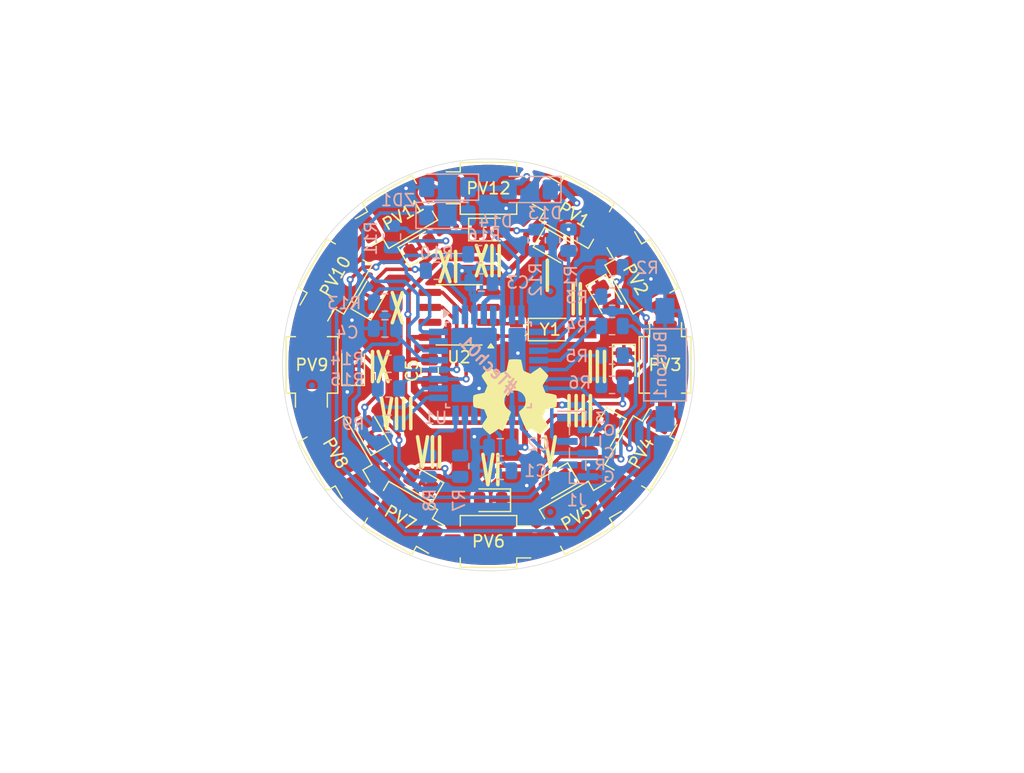
<source format=kicad_pcb>
(kicad_pcb (version 20241229) (generator "pcbnew") (generator_version "9.0")
  (layers (0 "F.Cu" jumper) (2 "B.Cu" signal) (13 "F.Paste" user) (15 "B.Paste" user) (5 "F.SilkS" user "F.Silkscreen") (7 "B.SilkS" user "B.Silkscreen") (1 "F.Mask" user) (3 "B.Mask" user) (25 "Edge.Cuts" user))
  (net 0 "")
  (net 1 "GND")
  (net 2 "Net-(D1-A)")
  (net 3 "Net-(D2-A)")
  (net 4 "Net-(D3-A)")
  (net 5 "Net-(D4-A)")
  (net 6 "Net-(D5-A)")
  (net 7 "Net-(D6-A)")
  (net 8 "Net-(D7-A)")
  (net 9 "Net-(D8-A)")
  (net 10 "Net-(D9-A)")
  (net 11 "Net-(D10-A)")
  (net 12 "Net-(D11-A)")
  (net 13 "Net-(D12-A)")
  (net 14 "Net-(D13-A)")
  (net 15 "+3V7")
  (net 16 "Net-(PV1-A)")
  (net 17 "Net-(PV2-A)")
  (net 18 "Net-(PV3-A)")
  (net 19 "Net-(PV4-A)")
  (net 20 "Net-(PV5-A)")
  (net 21 "Net-(PV6-A)")
  (net 22 "Net-(PV7-A)")
  (net 23 "Net-(PV8-A)")
  (net 24 "Net-(PV10-K)")
  (net 25 "Net-(PV10-A)")
  (net 26 "Net-(PV11-A)")
  (net 27 "/But0")
  (net 28 "Net-(U1-AREF)")
  (net 29 "/SDA")
  (net 30 "/Res")
  (net 31 "/RXD")
  (net 32 "/SCK")
  (net 33 "/MOSI")
  (net 34 "/MISO")
  (net 35 "/TXD")
  (net 36 "/LED V")
  (net 37 "/LED III")
  (net 38 "/LED VIII")
  (net 39 "/LED II")
  (net 40 "/LED XI")
  (net 42 "/LED XII")
  (net 43 "/LED VI")
  (net 44 "/LED VII")
  (net 46 "/LED IIII")
  (net 48 "/LED I")
  (net 49 "/LED X")
  (net 50 "/SCL")
  (net 51 "/LED IX")
  (net 54 "Net-(U2-OSCI)")
  (net 55 "Net-(U2-OSCO)")
  (net 56 "/Pullup")
  (footprint "OptoDevice:Osram_BPW34S-SMD" (layer "F.Cu") (at 150 85)
    (property "Reference" "PV12")
    (property "Value" "BPW34" (hide yes))
  )
  (footprint "LED_SMD:LED_0805_2012Metric" (layer "F.Cu") (at 159.96875 94.25 -60)
    (property "Reference" "D2" (hide yes))
    (property "Value" "LED II" (hide yes))
  )
  (footprint "Package_SO:SOIC-8_3.9x4.9mm_P1.27mm" (layer "F.Cu") (at 147.5 95.75 180)
    (property "Reference" "U2")
    (property "Value" "PCF8563T")
  )
  (footprint "LED_SMD:LED_0805_2012Metric" (layer "F.Cu") (at 155.75 110 -150)
    (property "Reference" "D5" (hide yes))
    (property "Value" "LED V" (hide yes))
  )
  (footprint "LED_SMD:LED_0805_2012Metric" (layer "F.Cu") (at 155.75 90 -30)
    (property "Reference" "D1" (hide yes))
    (property "Value" "LED I" (hide yes))
  )
  (footprint "Fiducial:Fiducial_0.5mm_Mask1mm" (layer "F.Cu") (at 157.25 106.5)
    (property "Reference" "FID6" (hide yes))
    (property "Value" "Fiducial" (hide yes))
  )
  (footprint "OptoDevice:Osram_BPW34S-SMD" (layer "F.Cu") (at 157.5 87 -30)
    (property "Reference" "PV1")
    (property "Value" "BPW34" (hide yes))
  )
  (footprint "OptoDevice:Osram_BPW34S-SMD" (layer "F.Cu") (at 137 107.5 120)
    (property "Reference" "PV8")
    (property "Value" "BPW34" (hide yes))
  )
  (footprint "OptoDevice:Osram_BPW34S-SMD" (layer "F.Cu") (at 142.5 113 150)
    (property "Reference" "PV7")
    (property "Value" "BPW34" (hide yes))
  )
  (footprint "LED_SMD:LED_0805_2012Metric" (layer "F.Cu") (at 161.5 99.9375 -90)
    (property "Reference" "D3" (hide yes))
    (property "Value" "LED III" (hide yes))
  )
  (footprint "LED_SMD:LED_0805_2012Metric" (layer "F.Cu") (at 140 94.25 60)
    (property "Reference" "D10" (hide yes))
    (property "Value" "LED X" (hide yes))
  )
  (footprint "LED_SMD:LED_0805_2012Metric" (layer "F.Cu") (at 140 105.75 120)
    (property "Reference" "D8" (hide yes))
    (property "Value" "LED VIII" (hide yes))
  )
  (footprint "OptoDevice:Osram_BPW34S-SMD" (layer "F.Cu") (at 165 100 -90)
    (property "Reference" "PV3")
    (property "Value" "BPW34" (hide yes))
  )
  (footprint "LED_SMD:LED_0805_2012Metric" (layer "F.Cu") (at 160.03125 105.561899 -120)
    (property "Reference" "D4" (hide yes))
    (property "Value" "LED IIII" (hide yes))
  )
  (footprint "LED_SMD:LED_0805_2012Metric" (layer "F.Cu") (at 144.25 110 150)
    (property "Reference" "D7" (hide yes))
    (property "Value" "LED VII" (hide yes))
  )
  (footprint "OptoDevice:Osram_BPW34S-SMD" (layer "F.Cu") (at 163 92.5 -60)
    (property "Reference" "PV2")
    (property "Value" "BPW34" (hide yes))
  )
  (footprint "Crystal:Crystal_SMD_MicroCrystal_MS3V-T1R" (layer "F.Cu") (at 155.5 97 90)
    (property "Reference" "Y1")
    (property "Value" "32,768 kHz")
  )
  (footprint "Capacitor_SMD:C_0805_2012Metric" (layer "F.Cu") (at 145 100.5 -90)
    (property "Reference" "C5")
    (property "Value" "100n")
  )
  (footprint "LED_SMD:LED_0805_2012Metric" (layer "F.Cu") (at 150 88.5)
    (property "Reference" "D12" (hide yes))
    (property "Value" "LED XII" (hide yes))
  )
  (footprint "Fiducial:Fiducial_0.5mm_Mask1mm" (layer "F.Cu") (at 147.25 88.25)
    (property "Reference" "FID4" (hide yes))
    (property "Value" "Fiducial" (hide yes))
  )
  (footprint "LOGO" (layer "F.Cu") (at 152.25 102.75)
    (property "Reference" "OSHW" (hide yes))
    (property "Value" "LOGO" (hide yes))
  )
  (footprint "LED_SMD:LED_0805_2012Metric" (layer "F.Cu") (at 144.25 90 30)
    (property "Reference" "D11" (hide yes))
    (property "Value" "LED XI" (hide yes))
  )
  (footprint "OptoDevice:Osram_BPW34S-SMD" (layer "F.Cu") (at 137 92.5 60)
    (property "Reference" "PV10")
    (property "Value" "BPW34" (hide yes))
  )
  (footprint "OptoDevice:Osram_BPW34S-SMD" (layer "F.Cu") (at 163 107.5 -120)
    (property "Reference" "PV4")
    (property "Value" "BPW34" (hide yes))
  )
  (footprint "OptoDevice:Osram_BPW34S-SMD" (layer "F.Cu") (at 157.5 113 -150)
    (property "Reference" "PV5")
    (property "Value" "BPW34" (hide yes))
  )
  (footprint "OptoDevice:Osram_BPW34S-SMD" (layer "F.Cu") (at 142.5 87 30)
    (property "Reference" "PV11")
    (property "Value" "BPW34" (hide yes))
  )
  (footprint "OptoDevice:Osram_BPW34S-SMD" (layer "F.Cu") (at 135 100 90)
    (property "Reference" "PV9")
    (property "Value" "BPW34" (hide yes))
  )
  (footprint "Fiducial:Fiducial_0.5mm_Mask1mm" (layer "F.Cu") (at 141.25 108.5)
    (property "Reference" "FID5" (hide yes))
    (property "Value" "Fiducial" (hide yes))
  )
  (footprint "OptoDevice:Osram_BPW34S-SMD" (layer "F.Cu") (at 150 115 180)
    (property "Reference" "PV6")
    (property "Value" "BPW34" (hide yes))
  )
  (footprint "LED_SMD:LED_0805_2012Metric" (layer "F.Cu") (at 150.1875 111.5 180)
    (property "Reference" "D6" (hide yes))
    (property "Value" "LED VI" (hide yes))
  )
  (footprint "LED_SMD:LED_0805_2012Metric" (layer "F.Cu") (at 138.5 100.0625 90)
    (property "Reference" "D9" (hide yes))
    (property "Value" "LED IX" (hide yes))
  )
  (footprint "Capacitor_SMD:C_0805_2012Metric" (layer "B.Cu") (at 141.2 96.9 180)
    (property "Reference" "C4")
    (property "Value" "100n")
  )
  (footprint "Resistor_SMD:R_0805_2012Metric" (layer "B.Cu") (at 145.6 92 180)
    (property "Reference" "R10")
    (property "Value" "220")
  )
  (footprint "Resistor_SMD:R_0805_2012Metric" (layer "B.Cu") (at 160.5 94.2 180)
    (property "Reference" "R3")
    (property "Value" "220")
  )
  (footprint "Fiducial:Fiducial_0.5mm_Mask1mm" (layer "B.Cu") (at 155.25 93.75 180)
    (property "Reference" "FID1" (hide yes))
    (property "Value" "Fiducial" (hide yes))
  )
  (footprint "Capacitor_SMD:C_0805_2012Metric" (layer "B.Cu") (at 151 107 180)
    (property "Reference" "C2")
    (property "Value" "100n")
  )
  (footprint "Resistor_SMD:R_0805_2012Metric" (layer "B.Cu") (at 156.8 89.4 90)
    (property "Reference" "R1")
    (property "Value" "220")
  )
  (footprint "Resistor_SMD:R_0805_2012Metric" (layer "B.Cu") (at 141.2 94.7)
    (property "Reference" "R13")
    (property "Value" "10k")
  )
  (footprint "Capacitor_SMD:C_0805_2012Metric" (layer "B.Cu") (at 149.4 93 180)
    (property "Reference" "C3")
    (property "Value" "100n")
  )
  (footprint "Connector_PinHeader_1.00mm:PinHeader_1x06_P1.00mm_Vertical_SMD_Pin1Right" (layer "B.Cu") (at 157.575 107 180)
    (property "Reference" "J1")
    (property "Value" "Conn_06_Pin")
  )
  (footprint "Resistor_SMD:R_0805_2012Metric" (layer "B.Cu") (at 141.5 105 180)
    (property "Reference" "R9")
    (property "Value" "220")
  )
  (footprint "Resistor_SMD:R_0805_2012Metric" (layer "B.Cu") (at 144.9 108.6 -90)
    (property "Reference" "R8")
    (property "Value" "220")
  )
  (footprint "Capacitor_SMD:C_0805_2012Metric" (layer "B.Cu") (at 151 109 180)
    (property "Reference" "C1")
    (property "Value" "100n")
  )
  (footprint "Resistor_SMD:R_0805_2012Metric" (layer "B.Cu") (at 141.8 89.1 -90)
    (property "Reference" "R11")
    (property "Value" "220")
  )
  (footprint "Resistor_SMD:R_0805_2012Metric" (layer "B.Cu") (at 160.5 99.2 180)
    (property "Reference" "R5")
    (property "Value" "220")
  )
  (footprint "Fiducial:Fiducial_0.5mm_Mask1mm" (layer "B.Cu") (at 135 101.75 180)
    (property "Reference" "FID2" (hide yes))
    (property "Value" "Fiducial" (hide yes))
  )
  (footprint "Package_QFP:TQFP-32_7x7mm_P0.8mm" (layer "B.Cu") (at 150 100 -90)
    (property "Reference" "U1")
    (property "Value" "ATmega328-A")
  )
  (footprint "Resistor_SMD:R_0805_2012Metric" (layer "B.Cu") (at 154.1 89.4125 90)
    (property "Reference" "R12")
    (property "Value" "220")
  )
  (footprint "Resistor_SMD:R_0805_2012Metric" (layer "B.Cu") (at 141.5 99.9 180)
    (property "Reference" "R14")
    (property "Value" "4k7")
  )
  (footprint "Resistor_SMD:R_0805_2012Metric" (layer "B.Cu") (at 160.5 96.7 180)
    (property "Reference" "R4")
    (property "Value" "220")
  )
  (footprint "Diode_SMD:D_MiniMELF" (layer "B.Cu") (at 153.5 85.1 180)
    (property "Reference" "D13")
    (property "Value" "LL4148")
  )
  (footprint "Resistor_SMD:R_0805_2012Metric" (layer "B.Cu") (at 147.6 108.6 90)
    (property "Reference" "R7")
    (property "Value" "220")
  )
  (footprint "Resistor_SMD:R_0805_2012Metric" (layer "B.Cu") (at 149.2 90.6 180)
    (property "Reference" "R16")
    (property "Value" "10k")
  )
  (footprint "Diode_SMD:D_MiniMELF" (layer "B.Cu") (at 146.5 84.9 180)
    (property "Reference" "ZD1")
    (property "Value" "BZV55C4V7" (hide yes))
  )
  (footprint "Fiducial:Fiducial_0.5mm_Mask1mm" (layer "B.Cu") (at 155.25 112.5 180)
    (property "Reference" "FID3" (hide yes))
    (property "Value" "Fiducial" (hide yes))
  )
  (footprint "Resistor_SMD:R_0805_2012Metric" (layer "B.Cu") (at 160.5 101.7 180)
    (property "Reference" "R6")
    (property "Value" "220")
  )
  (footprint "Resistor_SMD:R_0805_2012Metric" (layer "B.Cu") (at 141.5 102 180)
    (property "Reference" "R15")
    (property "Value" "4k7")
  )
  (footprint "Button_Switch_SMD:SW_SPST_FSMSM" (layer "B.Cu") (at 165 100 -90)
    (property "Reference" "Button1")
    (property "Value" "SW_Push" (hide yes))
  )
  (footprint "Diode_SMD:D_MiniMELF" (layer "B.Cu") (at 146.5 87.3)
    (property "Reference" "D14")
    (property "Value" "LL4148")
  )
  (footprint "Resistor_SMD:R_0805_2012Metric" (layer "B.Cu") (at 160.5 91.7 180)
    (property "Reference" "R2")
    (property "Value" "220")
  )
  (gr_circle (center 150 100) (end 132.5 100) (stroke (width 0.05)) (fill no) (layer "Edge.Cuts"))
  (gr_text "I" (at 155 92.5 0) (layer "F.SilkS") (effects (font (size 2.56 1.27) (thickness 0.3) (bold yes))))
  (gr_text "XI" (at 146.6 91.75 0) (layer "F.SilkS") (effects (font (size 2.56 1.27) (thickness 0.3) (bold yes))))
  (gr_text "V" (at 155.25 107.5 0) (layer "F.SilkS") (effects (font (size 2.56 1.27) (thickness 0.3) (bold yes))))
  (gr_text "VII" (at 145 107.5 0) (layer "F.SilkS") (effects (font (size 2.56 1.27) (thickness 0.3) (bold yes))))
  (gr_text "II" (at 157.5 94.5 0) (layer "F.SilkS") (effects (font (size 2.56 1.27) (thickness 0.3) (bold yes))))
  (gr_text "III" (at 159.25 100.25 0) (layer "F.SilkS") (effects (font (size 2.56 1.27) (thickness 0.3) (bold yes))))
  (gr_text "X" (at 142.25 95.25 0) (layer "F.SilkS") (effects (font (size 2.56 1.27) (thickness 0.3) (bold yes))))
  (gr_text "VIII" (at 142.25 104.25 0) (layer "F.SilkS") (effects (font (size 2.56 1.27) (thickness 0.3) (bold yes))))
  (gr_text "VI" (at 150.25 109 0) (layer "F.SilkS") (effects (font (size 2.56 1.27) (thickness 0.3) (bold yes))))
  (gr_text "IX" (at 140.75 100.25 0) (layer "F.SilkS") (effects (font (size 2.56 1.27) (thickness 0.3) (bold yes))))
  (gr_text "XII" (at 150 91.25 0) (layer "F.SilkS") (effects (font (size 2.56 1.27) (thickness 0.3) (bold yes))))
  (gr_text "IIII" (at 157.75 104 0) (layer "F.SilkS") (effects (font (size 2.56 1.27) (thickness 0.3) (bold yes))))
  (gr_text "R" (at 159.5 108.5 0) (layer "B.SilkS") (effects (font (size 0.85 1)) (justify mirror)))
  (gr_text "C" (at 160.25 107.5 0) (layer "B.SilkS") (effects (font (size 0.85 1)) (justify mirror)))
  (gr_text "G" (at 160.25 109.5 0) (layer "B.SilkS") (effects (font (size 0.85 1)) (justify mirror)))
  (gr_text "3" (at 159.5 104.5 0) (layer "B.SilkS") (effects (font (size 0.85 1)) (justify mirror)))
  (gr_text "O" (at 160.25 105.561899 0) (layer "B.SilkS") (effects (font (size 0.85 1)) (justify mirror)))
  (gr_text "I" (at 159.5 106.5 0) (layer "B.SilkS") (effects (font (size 0.85 1)) (justify mirror)))
  (gr_text "#Tech01" (at 150 100 315) (layer "B.SilkS") (effects (font (size 1 1) (thickness 0.2) (bold yes)) (justify mirror)))
  (via (at 138 102.3) (size 0.6) (drill 0.3) (layers "F.Cu" "B.Cu") (net 1))
  (via (at 138.4 96.2) (size 0.6) (drill 0.3) (layers "F.Cu" "B.Cu") (net 1))
  (via (at 152.5 99) (size 0.6) (drill 0.3) (layers "F.Cu" "B.Cu") (net 1))
  (via (at 151.5 86.7) (size 0.6) (drill 0.3) (layers "F.Cu" "B.Cu") (net 1))
  (via (at 163.8 92.7) (size 0.6) (drill 0.3) (layers "F.Cu" "B.Cu") (net 1))
  (via (at 148.8 106.1) (size 0.6) (drill 0.3) (layers "F.Cu" "B.Cu") (net 1))
  (via (at 149.2 102) (size 0.6) (drill 0.3) (layers "F.Cu" "B.Cu") (net 1))
  (via (at 153.25 110.25) (size 0.6) (drill 0.3) (layers "F.Cu" "B.Cu") (net 1))
  (via (at 147.75 92) (size 0.6) (drill 0.3) (layers "F.Cu" "B.Cu") (net 1))
  (via (at 143 85) (size 0.6) (drill 0.3) (layers "F.Cu" "B.Cu") (net 1))
  (via (at 158.5 108.5) (size 0.6) (drill 0.3) (layers "F.Cu" "B.Cu") (net 1))
  (segment (start 148.8 95.75) (end 148.8 97.05) (width 0.3) (layer "B.Cu") (net 1))
  (segment (start 150.4 97.1) (end 150.4 95.75) (width 0.3) (layer "B.Cu") (net 1))
  (segment (start 147.75 92) (end 148.15 92) (width 0.3) (layer "B.Cu") (net 1))
  (segment (start 148.45 92.3) (end 148.45 93) (width 0.3) (layer "B.Cu") (net 1))
  (segment (start 150 97.5) (end 150.4 97.1) (width 0.3) (layer "B.Cu") (net 1))
  (segment (start 148.8 97.05) (end 149.25 97.5) (width 0.3) (layer "B.Cu") (net 1))
  (segment (start 148.15 92) (end 148.45 92.3) (width 0.3) (layer "B.Cu") (net 1))
  (segment (start 148.8 95.75) (end 148.8 93.35) (width 0.3) (layer "B.Cu") (net 1))
  (segment (start 149.25 97.5) (end 150 97.5) (width 0.3) (layer "B.Cu") (net 1))
  (segment (start 148.8 93.35) (end 148.45 93) (width 0.2) (layer "B.Cu") (net 1))
  (segment (start 156.8 90.230649) (end 156.561899 90.46875) (width 0.3) (layer "F.Cu") (net 2))
  (segment (start 156.8 88.4875) (end 156.8 90.230649) (width 0.3) (layer "F.Cu") (net 2))
  (via (at 156.8 88.4875) (size 0.6) (drill 0.3) (layers "F.Cu" "B.Cu") (net 2))
  (segment (start 160.4375 95.061899) (end 160.876672 94.622727) (width 0.3) (layer "F.Cu") (net 3))
  (segment (start 160.876672 94.622727) (end 160.876672 92.940832) (width 0.3) (layer "F.Cu") (net 3))
  (via (at 160.876672 92.940832) (size 0.6) (drill 0.3) (layers "F.Cu" "B.Cu") (net 3))
  (segment (start 160.876672 92.940832) (end 161.159168 92.940832) (width 0.3) (layer "B.Cu") (net 3))
  (segment (start 161.4125 92.6875) (end 161.4125 91.7) (width 0.3) (layer "B.Cu") (net 3))
  (segment (start 161.159168 92.940832) (end 161.4125 92.6875) (width 0.3) (layer "B.Cu") (net 3))
  (segment (start 163.4 99.7) (end 163.4 96) (width 0.3) (layer "F.Cu") (net 4))
  (segment (start 161.5 100.875) (end 162.225 100.875) (width 0.3) (layer "F.Cu") (net 4))
  (segment (start 162.225 100.875) (end 163.4 99.7) (width 0.3) (layer "F.Cu") (net 4))
  (via (at 163.4 96) (size 0.6) (drill 0.3) (layers "F.Cu" "B.Cu") (net 4))
  (segment (start 161.6 94.2) (end 163.4 96) (width 0.3) (layer "B.Cu") (net 4))
  (segment (start 161.4125 94.2) (end 161.6 94.2) (width 0.3) (layer "B.Cu") (net 4))
  (segment (start 161.980331 107.080331) (end 161.273798 106.373798) (width 0.3) (layer "F.Cu") (net 5))
  (segment (start 161.273798 106.373798) (end 159.5625 106.373798) (width 0.3) (layer "F.Cu") (net 5))
  (via (at 161.980331 107.080331) (size 0.6) (drill 0.3) (layers "F.Cu" "B.Cu") (net 5))
  (segment (start 162.2 96.7) (end 161.4125 96.7) (width 0.3) (layer "B.Cu") (net 5))
  (segment (start 162 104.8) (end 163.25 103.55) (width 0.3) (layer "B.Cu") (net 5))
  (segment (start 161.980331 107.080331) (end 162 107.060662) (width 0.3) (layer "B.Cu") (net 5))
  (segment (start 162 107.060662) (end 162 104.8) (width 0.3) (layer "B.Cu") (net 5))
  (segment (start 163.25 97.75) (end 162.2 96.7) (width 0.3) (layer "B.Cu") (net 5))
  (segment (start 163.25 103.55) (end 163.25 97.75) (width 0.3) (layer "B.Cu") (net 5))
  (segment (start 161.25 108) (end 161.05 107.8) (width 0.3) (layer "F.Cu") (net 6))
  (segment (start 161.05 107.8) (end 156.1 107.8) (width 0.3) (layer "F.Cu") (net 6))
  (segment (start 154.938101 108.961899) (end 154.938101 110.46875) (width 0.3) (layer "F.Cu") (net 6))
  (segment (start 156.1 107.8) (end 154.938101 108.961899) (width 0.3) (layer "F.Cu") (net 6))
  (via (at 161.25 108) (size 0.6) (drill 0.3) (layers "F.Cu" "B.Cu") (net 6))
  (segment (start 162.5 99.75) (end 161.95 99.2) (width 0.3) (layer "B.Cu") (net 6))
  (segment (start 161.25 104.701472) (end 162.5 103.451472) (width 0.3) (layer "B.Cu") (net 6))
  (segment (start 162.5 103.451472) (end 162.5 99.75) (width 0.3) (layer "B.Cu") (net 6))
  (segment (start 161.95 99.2) (end 161.4125 99.2) (width 0.3) (layer "B.Cu") (net 6))
  (segment (start 161.25 108) (end 161.25 104.701472) (width 0.3) (layer "B.Cu") (net 6))
  (segment (start 154.3 105.6) (end 154.3 107.7) (width 0.3) (layer "F.Cu") (net 7))
  (segment (start 149.25 110.35) (end 149.25 111.5) (width 0.3) (layer "F.Cu") (net 7))
  (segment (start 161.4 103.3) (end 158.8 103.3) (width 0.3) (layer "F.Cu") (net 7))
  (segment (start 153.4 108.6) (end 151 108.6) (width 0.3) (layer "F.Cu") (net 7))
  (segment (start 151 108.6) (end 149.25 110.35) (width 0.3) (layer "F.Cu") (net 7))
  (segment (start 155.6 104.3) (end 154.3 105.6) (width 0.3) (layer "F.Cu") (net 7))
  (segment (start 157.8 104.3) (end 155.6 104.3) (width 0.3) (layer "F.Cu") (net 7))
  (segment (start 158.8 103.3) (end 157.8 104.3) (width 0.3) (layer "F.Cu") (net 7))
  (segment (start 154.3 107.7) (end 153.4 108.6) (width 0.3) (layer "F.Cu") (net 7))
  (via (at 161.4 103.3) (size 0.6) (drill 0.3) (layers "F.Cu" "B.Cu") (net 7))
  (segment (start 161.4 103.3) (end 161.4 101.7125) (width 0.3) (layer "B.Cu") (net 7))
  (segment (start 161.4 101.7125) (end 161.4125 101.7) (width 0.3) (layer "B.Cu") (net 7))
  (segment (start 144.169351 108.8) (end 143.438101 109.53125) (width 0.3) (layer "F.Cu") (net 8))
  (segment (start 146.3 108.8) (end 144.169351 108.8) (width 0.3) (layer "F.Cu") (net 8))
  (via (at 146.3 108.8) (size 0.6) (drill 0.3) (layers "F.Cu" "B.Cu") (net 8))
  (segment (start 146.3 109.3) (end 146.5125 109.5125) (width 0.3) (layer "B.Cu") (net 8))
  (segment (start 146.5125 109.5125) (end 147.6 109.5125) (width 0.3) (layer "B.Cu") (net 8))
  (segment (start 146.3 108.8) (end 146.3 109.3) (width 0.3) (layer "B.Cu") (net 8))
  (segment (start 142.4 105.9) (end 141.25 104.75) (width 0.3) (layer "F.Cu") (net 9))
  (segment (start 142.4 106.4) (end 142.4 105.9) (width 0.3) (layer "F.Cu") (net 9))
  (segment (start 139.719351 104.75) (end 139.53125 104.938101) (width 0.3) (layer "F.Cu") (net 9))
  (segment (start 139.3 104.706851) (end 139.53125 104.938101) (width 0.3) (layer "F.Cu") (net 9))
  (segment (start 141.25 104.75) (end 139.719351 104.75) (width 0.3) (layer "F.Cu") (net 9))
  (via (at 142.4 106.4) (size 0.6) (drill 0.3) (layers "F.Cu" "B.Cu") (net 9))
  (segment (start 142.4 106.4) (end 142.4 108.2) (width 0.3) (layer "B.Cu") (net 9))
  (segment (start 142.4 108.2) (end 143.7125 109.5125) (width 0.3) (layer "B.Cu") (net 9))
  (segment (start 143.7125 109.5125) (end 144.9 109.5125) (width 0.3) (layer "B.Cu") (net 9))
  (segment (start 140.8 102.288685) (end 140.8 100.55) (width 0.3) (layer "F.Cu") (net 10))
  (segment (start 139.488685 103.6) (end 140.8 102.288685) (width 0.3) (layer "F.Cu") (net 10))
  (segment (start 140.8 100.55) (end 139.375 99.125) (width 0.3) (layer "F.Cu") (net 10))
  (segment (start 139.375 99.125) (end 138.5 99.125) (width 0.3) (layer "F.Cu") (net 10))
  (via (at 139.488685 103.6) (size 0.6) (drill 0.3) (layers "F.Cu" "B.Cu") (net 10))
  (segment (start 139.488685 104.488685) (end 140 105) (width 0.3) (layer "B.Cu") (net 10))
  (segment (start 139.488685 103.6) (end 139.488685 104.488685) (width 0.3) (layer "B.Cu") (net 10))
  (segment (start 140 105) (end 140.5875 105) (width 0.3) (layer "B.Cu") (net 10))
  (segment (start 140.46875 92.73125) (end 140.46875 93.438101) (width 0.3) (layer "F.Cu") (net 11))
  (segment (start 141.318288 91.881712) (end 140.46875 92.73125) (width 0.3) (layer "F.Cu") (net 11))
  (segment (start 143.761307 91.881712) (end 141.318288 91.881712) (width 0.3) (layer "F.Cu") (net 11))
  (via (at 143.761307 91.881712) (size 0.6) (drill 0.3) (layers "F.Cu" "B.Cu") (net 11))
  (segment (start 144.169212 91.881712) (end 144.5875 92.3) (width 0.3) (layer "B.Cu") (net 11))
  (segment (start 143.761307 91.881712) (end 144.169212 91.881712) (width 0.3) (layer "B.Cu") (net 11))
  (segment (start 146.308089 89.53125) (end 145.061899 89.53125) (width 0.3) (layer "F.Cu") (net 12))
  (segment (start 146.374171 89.465168) (end 146.308089 89.53125) (width 0.3) (layer "F.Cu") (net 12))
  (via (at 146.374171 89.465168) (size 0.6) (drill 0.3) (layers "F.Cu" "B.Cu") (net 12))
  (segment (start 146.374171 89.465168) (end 143.034832 89.465168) (width 0.3) (layer "B.Cu") (net 12))
  (segment (start 143.034832 89.465168) (end 142.1875 90.3125) (width 0.3) (layer "B.Cu") (net 12))
  (segment (start 142.1875 90.3125) (end 141.8 90.3125) (width 0.3) (layer "B.Cu") (net 12))
  (segment (start 150.9375 88.5) (end 152.3 88.5) (width 0.3) (layer "F.Cu") (net 13))
  (segment (start 152.3 88.5) (end 152.4 88.6) (width 0.3) (layer "F.Cu") (net 13))
  (via (at 152.4 88.6) (size 0.6) (drill 0.3) (layers "F.Cu" "B.Cu") (net 13))
  (segment (start 154 88.6) (end 154.1 88.5) (width 0.3) (layer "B.Cu") (net 13))
  (segment (start 152.4 88.6) (end 154 88.6) (width 0.3) (layer "B.Cu") (net 13))
  (segment (start 153.25 84) (end 153.25 84.8) (width 0.5) (layer "F.Cu") (net 14))
  (segment (start 153.25 84.8) (end 153.05 85) (width 0.3) (layer "F.Cu") (net 14))
  (via (at 153.25 84) (size 0.6) (drill 0.3) (layers "F.Cu" "B.Cu") (net 14))
  (segment (start 151.75 84.5) (end 151.25 85) (width 0.5) (layer "B.Cu") (net 14))
  (segment (start 151.25 85) (end 148.75 85) (width 0.5) (layer "B.Cu") (net 14))
  (segment (start 148.75 85) (end 148.25 84.5) (width 0.5) (layer "B.Cu") (net 14))
  (segment (start 148.25 87.1) (end 148.25 84.6) (width 0.3) (layer "B.Cu") (net 14))
  (segment (start 152.75 84.5) (end 151.75 84.5) (width 0.5) (layer "B.Cu") (net 14))
  (segment (start 153.15 84.1) (end 153.25 84) (width 0.3) (layer "B.Cu") (net 14))
  (segment (start 153.25 84) (end 152.75 84.5) (width 0.5) (layer "B.Cu") (net 14))
  (segment (start 156.25 103.4) (end 154.6 103.4) (width 0.5) (layer "F.Cu") (net 15))
  (segment (start 156 87.25) (end 154.85 87.25) (width 0.5) (layer "F.Cu") (net 15))
  (segment (start 150.75 91) (end 151.75 92) (width 0.4) (layer "F.Cu") (net 15))
  (segment (start 143.2 99.55) (end 142.9 99.85) (width 0.4) (layer "F.Cu") (net 15))
  (segment (start 157.5 86.25) (end 157 86.25) (width 0.5) (layer "F.Cu") (net 15))
  (segment (start 144.75 99.25) (end 145 99.25) (width 0.4) (layer "F.Cu") (net 15))
  (segment (start 153.1 104.9) (end 153.1 107) (width 0.5) (layer "F.Cu") (net 15))
  (segment (start 154.85 87.25) (end 153.2 88.9) (width 0.5) (layer "F.Cu") (net 15))
  (segment (start 145.947316 91) (end 150.75 91) (width 0.4) (layer "F.Cu") (net 15))
  (segment (start 143.2 97.7) (end 143.2 99) (width 0.4) (layer "F.Cu") (net 15))
  (segment (start 153.2 90.55) (end 151.75 92) (width 0.5) (layer "F.Cu") (net 15))
  (segment (start 142.9 101.8) (end 142.9 102.5) (width 0.4) (layer "F.Cu") (net 15))
  (segment (start 157 86.25) (end 156 87.25) (width 0.5) (layer "F.Cu") (net 15))
  (segment (start 145.3 104.9) (end 153.1 104.9) (width 0.4) (layer "F.Cu") (net 15))
  (segment (start 143.2 98.35) (end 143.2 99.55) (width 0.4) (layer "F.Cu") (net 15))
  (segment (start 143.2 95.75) (end 143.15 95.7) (width 0.4) (layer "F.Cu") (net 15))
  (segment (start 143.15 95.7) (end 143.2 95.65) (width 0.4) (layer "F.Cu") (net 15))
  (segment (start 142.9 99.85) (end 142.9 101.75) (width 0.4) (layer "F.Cu") (net 15))
  (segment (start 145 99.55) (end 143.2 99.55) (width 0.4) (layer "F.Cu") (net 15))
  (segment (start 143.2 95.65) (end 143.2 93.747316) (width 0.4) (layer "F.Cu") (net 15))
  (segment (start 142.9 102.5) (end 145.3 104.9) (width 0.4) (layer "F.Cu") (net 15))
  (segment (start 153.2 88.9) (end 153.2 90.55) (width 0.5) (layer "F.Cu") (net 15))
  (segment (start 154.6 103.4) (end 153.1 104.9) (width 0.5) (layer "F.Cu") (net 15))
  (segment (start 143.2 97.7) (end 143.2 95.75) (width 0.4) (layer "F.Cu") (net 15))
  (segment (start 143.2 93.747316) (end 145.947316 91) (width 0.4) (layer "F.Cu") (net 15))
  (segment (start 143.2 97.7) (end 143.245 97.655) (width 0.4) (layer "F.Cu") (net 15))
  (segment (start 143.245 97.655) (end 145.025 97.655) (width 0.4) (layer "F.Cu") (net 15))
  (via (at 157.5 86.25) (size 0.6) (drill 0.3) (layers "F.Cu" "B.Cu") (net 15))
  (via (at 151.75 92) (size 0.6) (drill 0.3) (layers "F.Cu" "B.Cu") (net 15))
  (via (at 156.25 103.4) (size 0.6) (drill 0.3) (layers "F.Cu" "B.Cu") (net 15))
  (via (at 153.1 107) (size 0.6) (drill 0.3) (layers "F.Cu" "B.Cu") (net 15))
  (via (at 143.15 95.7) (size 0.6) (drill 0.3) (layers "F.Cu" "B.Cu") (net 15))
  (segment (start 158.6 104.2) (end 158.3 104.5) (width 0.5) (layer "B.Cu") (net 15))
  (segment (start 158.3 103.4) (end 158.6 103.7) (width 0.5) (layer "B.Cu") (net 15))
  (segment (start 150.1125 90.4) (end 149.8125 90.7) (width 0.4) (layer "B.Cu") (net 15))
  (segment (start 140.2875 94.0125) (end 140.2875 94.7) (width 0.3) (layer "B.Cu") (net 15))
  (segment (start 153.1 107) (end 151.95 107) (width 0.5) (layer "B.Cu") (net 15))
  (segment (start 151.75 92) (end 151.2 92.55) (width 0.4) (layer "B.Cu") (net 15))
  (segment (start 156.25 85) (end 157.5 86.25) (width 0.5) (layer "B.Cu") (net 15))
  (segment (start 140.75 93.55) (end 140.2875 94.0125) (width 0.3) (layer "B.Cu") (net 15))
  (segment (start 151.2 93.1) (end 151.2 93.3) (width 0.4) (layer "B.Cu") (net 15))
  (segment (start 149.6 95.75) (end 149.6 94.75) (width 0.4) (layer "B.Cu") (net 15))
  (segment (start 156.25 103.4) (end 158.3 103.4) (width 0.5) (layer "B.Cu") (net 15))
  (segment (start 150.35625 90.6) (end 150.1125 90.6) (width 0.4) (layer "B.Cu") (net 15))
  (segment (start 152 106.95) (end 151.95 107) (width 0.3) (layer "B.Cu") (net 15))
  (segment (start 151.75 92) (end 151.75 91.99375) (width 0.4) (layer "B.Cu") (net 15))
  (segment (start 150.1 94.25) (end 151.2 94.25) (width 0.4) (layer "B.Cu") (net 15))
  (segment (start 149.6 94.75) (end 150.1 94.25) (width 0.4) (layer "B.Cu") (net 15))
  (segment (start 143.15 95.7) (end 143.15 94.028122) (width 0.3) (layer "B.Cu") (net 15))
  (segment (start 151.2 95.75) (end 151.2 94.25) (width 0.4) (layer "B.Cu") (net 15))
  (segment (start 151.2 93.1) (end 151.1 93) (width 0.4) (layer "B.Cu") (net 15))
  (segment (start 151.2 97) (end 151.2 95.75) (width 0.4) (layer "B.Cu") (net 15))
  (segment (start 158.6 103.7) (end 158.6 104.2) (width 0.5) (layer "B.Cu") (net 15))
  (segment (start 151.95 104.3) (end 152 104.25) (width 0.3) (layer "B.Cu") (net 15))
  (segment (start 152 104.25) (end 152 106.95) (width 0.4) (layer "B.Cu") (net 15))
  (segment (start 152 104.25) (end 152 102.4125) (width 0.4) (layer "B.Cu") (net 15))
  (segment (start 151.75 91.99375) (end 150.35625 90.6) (width 0.4) (layer "B.Cu") (net 15))
  (segment (start 151.2 94.25) (end 151.2 93.3) (width 0.4) (layer "B.Cu") (net 15))
  (segment (start 151.1 93) (end 150.35 93) (width 0.4) (layer "B.Cu") (net 15))
  (segment (start 151.2 101.6125) (end 151.2 97) (width 0.4) (layer "B.Cu") (net 15))
  (segment (start 155.25 85) (end 156.25 85) (width 0.5) (layer "B.Cu") (net 15))
  (segment (start 151.2 92.55) (end 151.2 93.1) (width 0.4) (layer "B.Cu") (net 15))
  (segment (start 152 102.4125) (end 151.2 101.6125) (width 0.4) (layer "B.Cu") (net 15))
  (segment (start 142.671878 93.55) (end 140.75 93.55) (width 0.3) (layer "B.Cu") (net 15))
  (segment (start 158.3 104.5) (end 156.7 104.5) (width 0.5) (layer "B.Cu") (net 15))
  (segment (start 143.15 94.028122) (end 142.671878 93.55) (width 0.3) (layer "B.Cu") (net 15))
  (segment (start 160.141378 88.525001) (end 161.474999 89.858622) (width 0.5) (layer "F.Cu") (net 16))
  (segment (start 164.525001 96.475001) (end 165 96.95) (width 0.3) (layer "F.Cu") (net 17))
  (segment (start 164.525001 95.141378) (end 164.525001 96.475001) (width 0.5) (layer "F.Cu") (net 17))
  (segment (start 165 103.05) (end 165 104.383623) (width 0.5) (layer "F.Cu") (net 18))
  (segment (start 165 104.383623) (end 164.525 104.858623) (width 0.3) (layer "F.Cu") (net 18))
  (segment (start 161.475 110.141377) (end 160.141377 111.475) (width 0.5) (layer "F.Cu") (net 19))
  (segment (start 154.858623 114.525) (end 153.525 114.525) (width 0.5) (layer "F.Cu") (net 20))
  (segment (start 153.525 114.525) (end 153.05 115) (width 0.3) (layer "F.Cu") (net 20))
  (segment (start 145.616377 115) (end 145.141377 114.525) (width 0.3) (layer "F.Cu") (net 21))
  (segment (start 146.95 115) (end 145.616377 115) (width 0.5) (layer "F.Cu") (net 21))
  (segment (start 139.858622 111.475) (end 138.524999 110.141377) (width 0.5) (layer "F.Cu") (net 22))
  (segment (start 139.858623 111.475) (end 139.858622 111.475) (width 0.3) (layer "F.Cu") (net 22))
  (segment (start 135.475001 103.525001) (end 135 103.05) (width 0.3) (layer "F.Cu") (net 23))
  (segment (start 135.475001 104.858623) (end 135.475001 103.525001) (width 0.5) (layer "F.Cu") (net 23))
  (segment (start 135 96.95) (end 135 95.616377) (width 0.5) (layer "F.Cu") (net 24))
  (segment (start 135 95.616377) (end 135.475 95.141377) (width 0.3) (layer "F.Cu") (net 24))
  (segment (start 138.525 89.858623) (end 139.858623 88.525) (width 0.5) (layer "F.Cu") (net 25))
  (segment (start 146.475 85.475) (end 146.95 85) (width 0.3) (layer "F.Cu") (net 26))
  (segment (start 145.141377 85.475) (end 146.475 85.475) (width 0.5) (layer "F.Cu") (net 26))
  (segment (start 139.305331 91.694669) (end 140.444669 91.694669) (width 0.3) (layer "F.Cu") (net 27))
  (segment (start 138.25 92.75) (end 139.305331 91.694669) (width 0.3) (layer "F.Cu") (net 27))
  (via (at 138.25 92.75) (size 0.6) (drill 0.3) (layers "F.Cu" "B.Cu") (net 27))
  (via (at 140.444669 91.694669) (size 0.6) (drill 0.3) (layers "F.Cu" "B.Cu") (net 27))
  (segment (start 145 95.9) (end 144.2 96.7) (width 0.3) (layer "B.Cu") (net 27))
  (segment (start 143 114.1) (end 157.35 114.1) (width 0.3) (layer "B.Cu") (net 27))
  (segment (start 164.01 104.59) (end 165.5 104.59) (width 0.3) (layer "B.Cu") (net 27))
  (segment (start 138.25 94.45) (end 137.1 95.6) (width 0.3) (layer "B.Cu") (net 27))
  (segment (start 144.4 97.2) (end 145.75 97.2) (width 0.3) (layer "B.Cu") (net 27))
  (segment (start 163.6 105) (end 164.01 104.59) (width 0.3) (layer "B.Cu") (net 27))
  (segment (start 142.5 91.25) (end 143.011307 91.761307) (width 0.3) (layer "B.Cu") (net 27))
  (segment (start 140.444669 91.694669) (end 140.889338 91.25) (width 0.3) (layer "B.Cu") (net 27))
  (segment (start 144.2 97) (end 144.4 97.2) (width 0.3) (layer "B.Cu") (net 27))
  (segment (start 143.011307 92.192373) (end 145 94.181066) (width 0.3) (layer "B.Cu") (net 27))
  (segment (start 148.1875 90.7) (end 148.2875 90.6) (width 0.3) (layer "B.Cu") (net 27))
  (segment (start 143.05 90.7) (end 148.1875 90.7) (width 0.3) (layer "B.Cu") (net 27))
  (segment (start 138.25 92.75) (end 138.25 94.45) (width 0.3) (layer "B.Cu") (net 27))
  (segment (start 145 94.181066) (end 145 95.9) (width 0.3) (layer "B.Cu") (net 27))
  (segment (start 137.1 95.6) (end 137.1 108.2) (width 0.3) (layer "B.Cu") (net 27))
  (segment (start 140.889338 91.25) (end 142.5 91.25) (width 0.3) (layer "B.Cu") (net 27))
  (segment (start 144.2 96.7) (end 144.2 97) (width 0.3) (layer "B.Cu") (net 27))
  (segment (start 137.1 108.2) (end 143 114.1) (width 0.3) (layer "B.Cu") (net 27))
  (segment (start 143.011307 91.761307) (end 143.011307 92.192373) (width 0.3) (layer "B.Cu") (net 27))
  (segment (start 163.6 107.85) (end 163.6 105) (width 0.3) (layer "B.Cu") (net 27))
  (segment (start 142.5 91.25) (end 143.05 90.7) (width 0.3) (layer "B.Cu") (net 27))
  (segment (start 157.35 114.1) (end 163.6 107.85) (width 0.3) (layer "B.Cu") (net 27))
  (segment (start 150.4 105.4) (end 150.4 104.25) (width 0.3) (layer "B.Cu") (net 28))
  (segment (start 151 106) (end 150.4 105.4) (width 0.3) (layer "B.Cu") (net 28))
  (segment (start 151 108.05) (end 151 106) (width 0.3) (layer "B.Cu") (net 28))
  (segment (start 151.95 109) (end 151 108.05) (width 0.3) (layer "B.Cu") (net 28))
  (segment (start 148.1 101.2) (end 148.1 95.850001) (width 0.3) (layer "F.Cu") (net 29))
  (segment (start 148.1 95.850001) (end 146.094999 93.845) (width 0.3) (layer "F.Cu") (net 29))
  (segment (start 145.12 93.845) (end 145.025 93.75) (width 0.3) (layer "F.Cu") (net 29))
  (segment (start 146.094999 93.845) (end 145.12 93.845) (width 0.3) (layer "F.Cu") (net 29))
  (via (at 148.1 101.2) (size 0.6) (drill 0.3) (layers "F.Cu" "B.Cu") (net 29))
  (segment (start 143.1125 101.2) (end 145.75 101.2) (width 0.3) (layer "B.Cu") (net 29))
  (segment (start 142.4125 101.9) (end 143.1125 101.2) (width 0.3) (layer "B.Cu") (net 29))
  (segment (start 148.1 101.2) (end 145.75 101.2) (width 0.3) (layer "B.Cu") (net 29))
  (segment (start 139 102.5) (end 138.5 103) (width 0.3) (layer "B.Cu") (net 30))
  (segment (start 142.4 95.1125) (end 142.4 96.75) (width 0.3) (layer "B.Cu") (net 30))
  (segment (start 138.5 106) (end 143.75 111.25) (width 0.3) (layer "B.Cu") (net 30))
  (segment (start 139 99.375) (end 139 102.5) (width 0.3) (layer "B.Cu") (net 30))
  (segment (start 142.15 97.45) (end 142.15 96.9) (width 0.3) (layer "B.Cu") (net 30))
  (segment (start 142.25 98.25) (end 140.125 98.25) (width 0.3) (layer "B.Cu") (net 30))
  (segment (start 142.15 97.45) (end 142.6 97.9) (width 0.3) (layer "B.Cu") (net 30))
  (segment (start 154.7 109.1) (end 155.3 108.5) (width 0.3) (layer "B.Cu") (net 30))
  (segment (start 142.6 97.9) (end 142.25 98.25) (width 0.3) (layer "B.Cu") (net 30))
  (segment (start 143.75 111.25) (end 153.5 111.25) (width 0.3) (layer "B.Cu") (net 30))
  (segment (start 153.5 111.25) (end 154.7 110.05) (width 0.3) (layer "B.Cu") (net 30))
  (segment (start 145.75 99.6) (end 144.3 99.6) (width 0.3) (layer "B.Cu") (net 30))
  (segment (start 138.5 103) (end 138.5 106) (width 0.3) (layer "B.Cu") (net 30))
  (segment (start 154.7 110.05) (end 154.7 109.1) (width 0.3) (layer "B.Cu") (net 30))
  (segment (start 144.3 99.6) (end 142.15 97.45) (width 0.3) (layer "B.Cu") (net 30))
  (segment (start 155.3 108.5) (end 156.7 108.5) (width 0.3) (layer "B.Cu") (net 30))
  (segment (start 140.125 98.25) (end 139 99.375) (width 0.3) (layer "B.Cu") (net 30))
  (segment (start 140.8 87.1) (end 144.75 87.1) (width 0.3) (layer "B.Cu") (net 31))
  (segment (start 143.25 96.660661) (end 144 95.910661) (width 0.3) (layer "B.Cu") (net 31))
  (segment (start 142.870406 92.9) (end 140.45 92.9) (width 0.3) (layer "B.Cu") (net 31))
  (segment (start 143.25 97.55) (end 143.25 96.660661) (width 0.3) (layer "B.Cu") (net 31))
  (segment (start 140.45 92.9) (end 139.35 91.8) (width 0.3) (layer "B.Cu") (net 31))
  (segment (start 144 95.910661) (end 144 94.029594) (width 0.3) (layer "B.Cu") (net 31))
  (segment (start 145.75 98.8) (end 144.5 98.8) (width 0.3) (layer "B.Cu") (net 31))
  (segment (start 139.35 91.8) (end 139.35 88.55) (width 0.3) (layer "B.Cu") (net 31))
  (segment (start 144.5 98.8) (end 143.25 97.55) (width 0.3) (layer "B.Cu") (net 31))
  (segment (start 139.35 88.55) (end 140.8 87.1) (width 0.3) (layer "B.Cu") (net 31))
  (segment (start 144 94.029594) (end 142.870406 92.9) (width 0.3) (layer "B.Cu") (net 31))
  (segment (start 152.8 105.4) (end 152.8 104.25) (width 0.3) (layer "B.Cu") (net 32))
  (segment (start 154.9 107.5) (end 152.8 105.4) (width 0.3) (layer "B.Cu") (net 32))
  (segment (start 154.9 107.5) (end 158.45 107.5) (width 0.3) (layer "B.Cu") (net 32))
  (segment (start 157.9 102) (end 160.1 104.2) (width 0.3) (layer "B.Cu") (net 33))
  (segment (start 160.1 104.9) (end 159.5 105.5) (width 0.3) (layer "B.Cu") (net 33))
  (segment (start 154.05 102) (end 157.9 102) (width 0.3) (layer "B.Cu") (net 33))
  (segment (start 160.1 104.2) (end 160.1 104.9) (width 0.3) (layer "B.Cu") (net 33))
  (segment (start 159.5 105.5) (end 158.45 105.5) (width 0.3) (layer "B.Cu") (net 33))
  (segment (start 155.375 103.125) (end 155.05 102.8) (width 0.3) (layer "B.Cu") (net 34))
  (segment (start 156.7 106.5) (end 155.8 106.5) (width 0.3) (layer "B.Cu") (net 34))
  (segment (start 155.8 106.5) (end 155.375 106.075) (width 0.3) (layer "B.Cu") (net 34))
  (segment (start 155.05 102.8) (end 154.25 102.8) (width 0.3) (layer "B.Cu") (net 34))
  (segment (start 155.375 106.075) (end 155.375 103.125) (width 0.3) (layer "B.Cu") (net 34))
  (segment (start 159.8875 99.2) (end 157.8 99.2) (width 0.3) (layer "B.Cu") (net 36))
  (segment (start 156.6 100.4) (end 154.25 100.4) (width 0.3) (layer "B.Cu") (net 36))
  (segment (start 157.8 99.2) (end 156.6 100.4) (width 0.3) (layer "B.Cu") (net 36))
  (segment (start 158.4 94.6) (end 158.4 96.3) (width 0.3) (layer "B.Cu") (net 37))
  (segment (start 158.8 94.2) (end 158.4 94.6) (width 0.3) (layer "B.Cu") (net 37))
  (segment (start 158.4 96.3) (end 155.9 98.8) (width 0.3) (layer "B.Cu") (net 37))
  (segment (start 155.9 98.8) (end 154.25 98.8) (width 0.3) (layer "B.Cu") (net 37))
  (segment (start 159.8875 94.2) (end 158.8 94.2) (width 0.3) (layer "B.Cu") (net 37))
  (segment (start 145.8 105.6) (end 144.9 106.5) (width 0.3) (layer "B.Cu") (net 38))
  (segment (start 147.2 104.25) (end 147.2 105.4) (width 0.3) (layer "B.Cu") (net 38))
  (segment (start 147 105.6) (end 145.8 105.6) (width 0.3) (layer "B.Cu") (net 38))
  (segment (start 147.2 105.4) (end 147 105.6) (width 0.3) (layer "B.Cu") (net 38))
  (segment (start 144.9 106.5) (end 144.9 107.6875) (width 0.3) (layer "B.Cu") (net 38))
  (segment (start 158.2 91.7) (end 159.8875 91.7) (width 0.3) (layer "B.Cu") (net 39))
  (segment (start 155.7 98) (end 157.6 96.1) (width 0.3) (layer "B.Cu") (net 39))
  (segment (start 157.6 96.1) (end 157.6 92.3) (width 0.3) (layer "B.Cu") (net 39))
  (segment (start 154.25 98) (end 155.7 98) (width 0.3) (layer "B.Cu") (net 39))
  (segment (start 157.6 92.3) (end 158.2 91.7) (width 0.3) (layer "B.Cu") (net 39))
  (segment (start 152 95.75) (end 152 92.996446) (width 0.3) (layer "B.Cu") (net 40))
  (segment (start 150.2 88.7) (end 143.3 88.7) (width 0.3) (layer "B.Cu") (net 40))
  (segment (start 152.5 92.496446) (end 152.5 91) (width 0.3) (layer "B.Cu") (net 40))
  (segment (start 143.3 88.7) (end 142.9875 88.3875) (width 0.3) (layer "B.Cu") (net 40))
  (segment (start 152.05 95.75) (end 152.075 95.725) (width 0.3) (layer "B.Cu") (net 40))
  (segment (start 142.9875 88.3875) (end 141.3 88.3875) (width 0.3) (layer "B.Cu") (net 40))
  (segment (start 152 95.75) (end 152.05 95.75) (width 0.3) (layer "B.Cu") (net 40))
  (segment (start 152.5 91) (end 150.2 88.7) (width 0.3) (layer "B.Cu") (net 40))
  (segment (start 152 92.996446) (end 152.5 92.496446) (width 0.3) (layer "B.Cu") (net 40))
  (segment (start 152.8 93.4) (end 154.1 92.1) (width 0.3) (layer "B.Cu") (net 42))
  (segment (start 152.8 95.75) (end 152.8 93.4) (width 0.3) (layer "B.Cu") (net 42))
  (segment (start 154.1 92.1) (end 154.1 90.325) (width 0.3) (layer "B.Cu") (net 42))
  (segment (start 159.3875 101.2) (end 154.25 101.2) (width 0.3) (layer "B.Cu") (net 43))
  (segment (start 159.5875 101.7) (end 159.0875 101.2) (width 0.3) (layer "B.Cu") (net 43))
  (segment (start 148 107.2875) (end 148 104.25) (width 0.3) (layer "B.Cu") (net 44))
  (segment (start 147.6 107.6875) (end 148 107.2875) (width 0.3) (layer "B.Cu") (net 44))
  (segment (start 156.1 99.6) (end 158.9 96.8) (width 0.3) (layer "B.Cu") (net 46))
  (segment (start 154.25 99.6) (end 156.1 99.6) (width 0.3) (layer "B.Cu") (net 46))
  (segment (start 158.9 96.8) (end 159.8875 96.8) (width 0.3) (layer "B.Cu") (net 46))
  (segment (start 156.8 96) (end 155.6 97.2) (width 0.3) (layer "B.Cu") (net 48))
  (segment (start 156.8 90.3125) (end 156.8 96) (width 0.3) (layer "B.Cu") (net 48))
  (segment (start 155.6 97.2) (end 154.25 97.2) (width 0.3) (layer "B.Cu") (net 48))
  (segment (start 148 95.75) (end 148 94.4) (width 0.3) (layer "B.Cu") (net 49))
  (segment (start 146.5125 92.9125) (end 146.5125 92) (width 0.3) (layer "B.Cu") (net 49))
  (segment (start 148 94.4) (end 146.5125 92.9125) (width 0.3) (layer "B.Cu") (net 49))
  (segment (start 147.3 96.320001) (end 147.3 100.4) (width 0.3) (layer "F.Cu") (net 50))
  (segment (start 145.12 95.115) (end 146.094999 95.115) (width 0.3) (layer "F.Cu") (net 50))
  (segment (start 145.025 95.02) (end 145.12 95.115) (width 0.3) (layer "F.Cu") (net 50))
  (segment (start 146.094999 95.115) (end 147.3 96.320001) (width 0.3) (layer "F.Cu") (net 50))
  (via (at 147.3 100.4) (size 0.6) (drill 0.3) (layers "F.Cu" "B.Cu") (net 50))
  (segment (start 143.0125 100.4) (end 145.75 100.4) (width 0.3) (layer "B.Cu") (net 50))
  (segment (start 147.3 100.4) (end 145.75 100.4) (width 0.3) (layer "B.Cu") (net 50))
  (segment (start 142.4125 99.8) (end 143.0125 100.4) (width 0.3) (layer "B.Cu") (net 50))
  (segment (start 142.4125 105) (end 142.548528 105) (width 0.3) (layer "B.Cu") (net 51))
  (segment (start 144.748528 102.8) (end 145.75 102.8) (width 0.3) (layer "B.Cu") (net 51))
  (segment (start 142.548528 105) (end 144.748528 102.8) (width 0.3) (layer "B.Cu") (net 51))
  (segment (start 152.315 97.56) (end 152.375 97.5) (width 0.3) (layer "F.Cu") (net 54))
  (segment (start 149.975 97.56) (end 152.315 97.56) (width 0.3) (layer "F.Cu") (net 54))
  (segment (start 149.975 96.29) (end 150.185 96.5) (width 0.3) (layer "F.Cu") (net 55))
  (segment (start 150.185 96.5) (end 152.375 96.5) (width 0.3) (layer "F.Cu") (net 55))
  (segment (start 144.5 102) (end 142.9 103.6) (width 0.3) (layer "B.Cu") (net 56))
  (segment (start 140.5875 102.8875) (end 140.5875 102.1) (width 0.3) (layer "B.Cu") (net 56))
  (segment (start 145.75 102) (end 144.5 102) (width 0.3) (layer "B.Cu") (net 56))
  (segment (start 141.3 103.6) (end 140.5875 102.8875) (width 0.3) (layer "B.Cu") (net 56))
  (segment (start 140.5875 102.1) (end 140.5875 99.5) (width 0.3) (layer "B.Cu") (net 56))
  (segment (start 142.9 103.6) (end 141.3 103.6) (width 0.3) (layer "B.Cu") (net 56))
  (zone (net 1) (net_name "GND") (layers "F.Cu" "B.Cu") (connect_pads (clearance 0.3)) (min_thickness 0.3) (fill yes (thermal_gap 0.3) (thermal_bridge_width 0.3))
    (polygon (pts (xy 109.75 133.27687) (xy 195.5 134.677139) (xy 194.91056 69) (xy 108.5 69)))
  )
)
</source>
